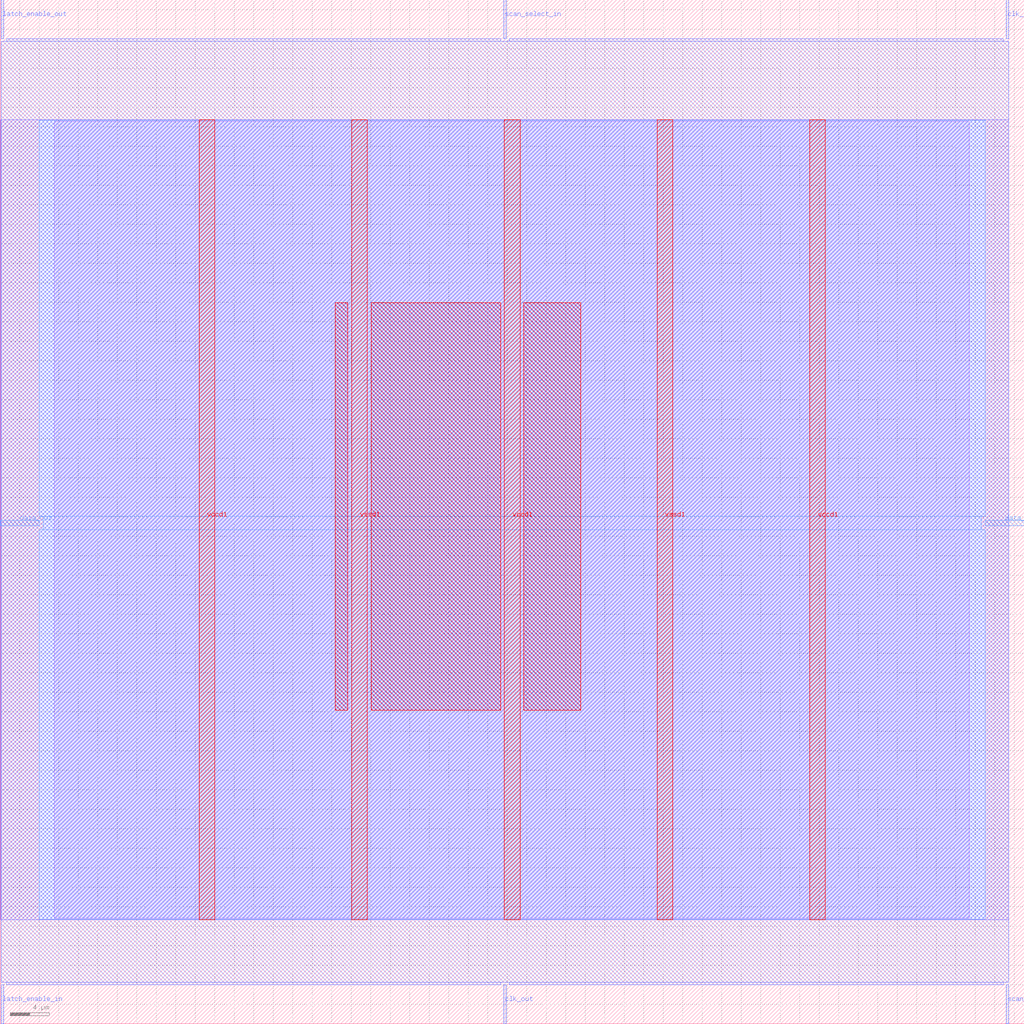
<source format=lef>
VERSION 5.7 ;
  NOWIREEXTENSIONATPIN ON ;
  DIVIDERCHAR "/" ;
  BUSBITCHARS "[]" ;
MACRO scan_wrapper_341174563322724948
  CLASS BLOCK ;
  FOREIGN scan_wrapper_341174563322724948 ;
  ORIGIN 0.000 0.000 ;
  SIZE 105.000 BY 105.000 ;
  PIN clk_in
    DIRECTION INPUT ;
    USE SIGNAL ;
    PORT
      LAYER met2 ;
        RECT 103.130 101.000 103.410 105.000 ;
    END
  END clk_in
  PIN clk_out
    DIRECTION OUTPUT TRISTATE ;
    USE SIGNAL ;
    PORT
      LAYER met2 ;
        RECT 51.610 0.000 51.890 4.000 ;
    END
  END clk_out
  PIN data_in
    DIRECTION INPUT ;
    USE SIGNAL ;
    PORT
      LAYER met3 ;
        RECT 101.000 51.040 105.000 51.640 ;
    END
  END data_in
  PIN data_out
    DIRECTION OUTPUT TRISTATE ;
    USE SIGNAL ;
    PORT
      LAYER met3 ;
        RECT 0.000 51.040 4.000 51.640 ;
    END
  END data_out
  PIN latch_enable_in
    DIRECTION INPUT ;
    USE SIGNAL ;
    PORT
      LAYER met2 ;
        RECT 0.090 0.000 0.370 4.000 ;
    END
  END latch_enable_in
  PIN latch_enable_out
    DIRECTION OUTPUT TRISTATE ;
    USE SIGNAL ;
    PORT
      LAYER met2 ;
        RECT 0.090 101.000 0.370 105.000 ;
    END
  END latch_enable_out
  PIN scan_select_in
    DIRECTION INPUT ;
    USE SIGNAL ;
    PORT
      LAYER met2 ;
        RECT 51.610 101.000 51.890 105.000 ;
    END
  END scan_select_in
  PIN scan_select_out
    DIRECTION OUTPUT TRISTATE ;
    USE SIGNAL ;
    PORT
      LAYER met2 ;
        RECT 103.130 0.000 103.410 4.000 ;
    END
  END scan_select_out
  PIN vccd1
    DIRECTION INPUT ;
    USE POWER ;
    PORT
      LAYER met4 ;
        RECT 20.380 10.640 21.980 92.720 ;
    END
    PORT
      LAYER met4 ;
        RECT 51.700 10.640 53.300 92.720 ;
    END
    PORT
      LAYER met4 ;
        RECT 83.020 10.640 84.620 92.720 ;
    END
  END vccd1
  PIN vssd1
    DIRECTION INPUT ;
    USE GROUND ;
    PORT
      LAYER met4 ;
        RECT 36.040 10.640 37.640 92.720 ;
    END
    PORT
      LAYER met4 ;
        RECT 67.360 10.640 68.960 92.720 ;
    END
  END vssd1
  OBS
      LAYER li1 ;
        RECT 5.520 10.795 99.360 92.565 ;
      LAYER met1 ;
        RECT 0.070 10.640 103.430 92.720 ;
      LAYER met2 ;
        RECT 0.650 100.720 51.330 101.000 ;
        RECT 52.170 100.720 102.850 101.000 ;
        RECT 0.100 4.280 103.400 100.720 ;
        RECT 0.650 4.000 51.330 4.280 ;
        RECT 52.170 4.000 102.850 4.280 ;
      LAYER met3 ;
        RECT 4.000 52.040 101.000 92.645 ;
        RECT 4.400 50.640 100.600 52.040 ;
        RECT 4.000 10.715 101.000 50.640 ;
      LAYER met4 ;
        RECT 34.335 32.135 35.640 73.945 ;
        RECT 38.040 32.135 51.300 73.945 ;
        RECT 53.700 32.135 59.505 73.945 ;
  END
END scan_wrapper_341174563322724948
END LIBRARY


</source>
